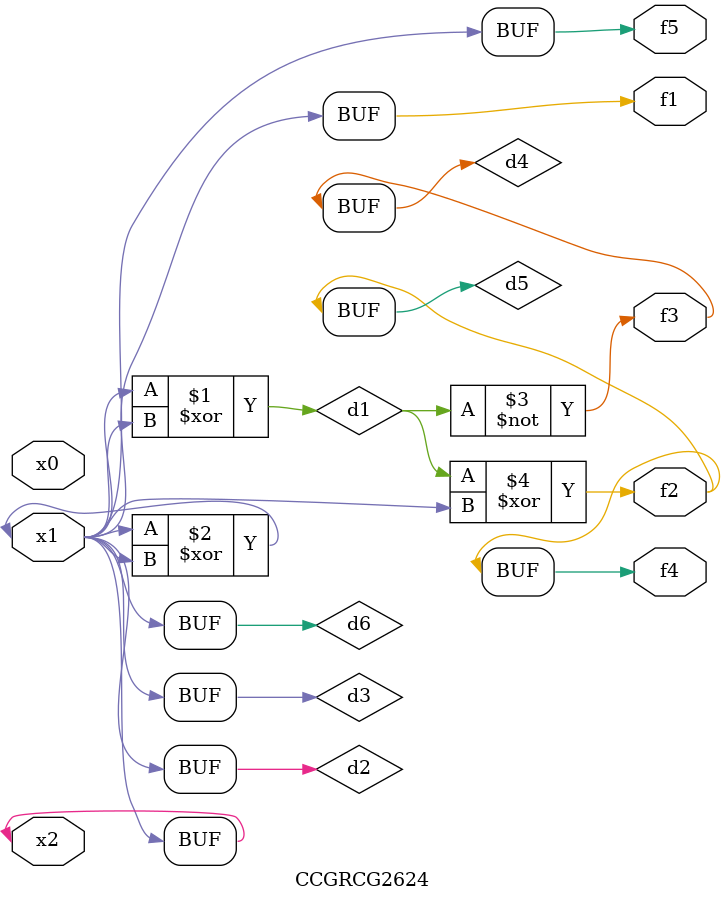
<source format=v>
module CCGRCG2624(
	input x0, x1, x2,
	output f1, f2, f3, f4, f5
);

	wire d1, d2, d3, d4, d5, d6;

	xor (d1, x1, x2);
	buf (d2, x1, x2);
	xor (d3, x1, x2);
	nor (d4, d1);
	xor (d5, d1, d2);
	buf (d6, d2, d3);
	assign f1 = d6;
	assign f2 = d5;
	assign f3 = d4;
	assign f4 = d5;
	assign f5 = d6;
endmodule

</source>
